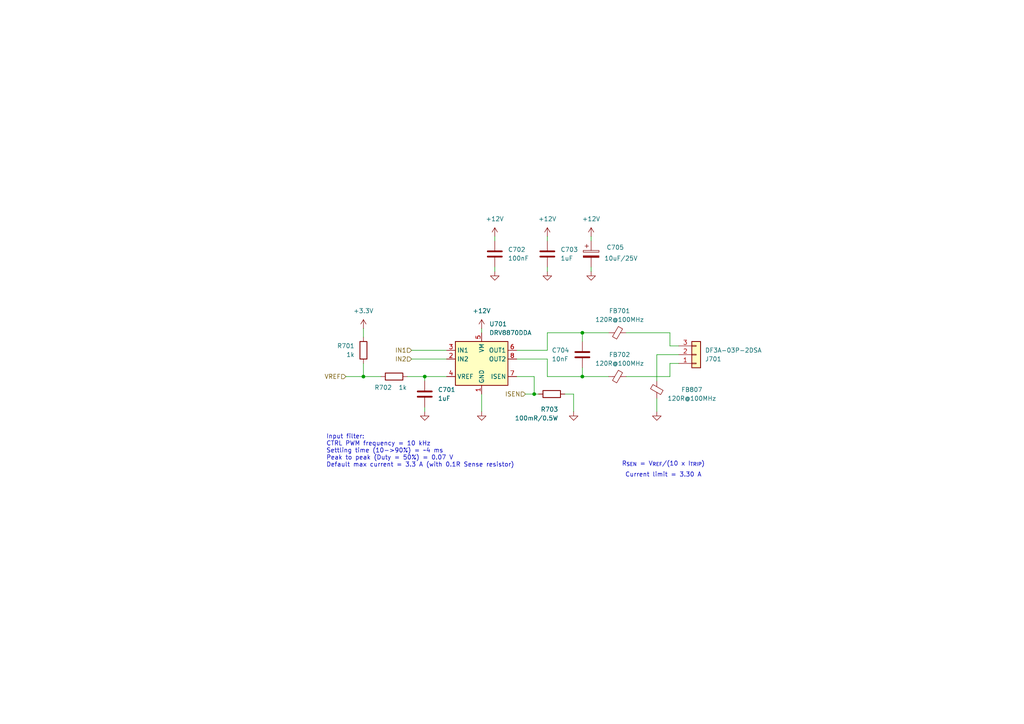
<source format=kicad_sch>
(kicad_sch (version 20250114) (generator "eeschema") (generator_version "9.0")
  (paper "A4")
  (lib_symbols
    (symbol "Connector_Generic:Conn_01x03" (pin_names (offset 1.016) (hide yes))
      (property "Reference" "J" (at 0 5.08 0))
      (property "Value" "Conn_01x03" (at 0 -5.08 0))
      (symbol "Conn_01x03_1_1"
        (rectangle (start -1.27 3.81) (end 1.27 -3.81) (stroke (width 0.254)) (fill (type background)))
        (rectangle (start -1.27 2.667) (end 0 2.413) (stroke (width 0.1524)))
        (rectangle (start -1.27 0.127) (end 0 -0.127) (stroke (width 0.1524)))
        (rectangle (start -1.27 -2.413) (end 0 -2.667) (stroke (width 0.1524)))
        (pin passive line (at -5.08 2.54 0) (length 3.81) (name "Pin_1") (number "1"))
        (pin passive line (at -5.08 0 0) (length 3.81) (name "Pin_2") (number "2"))
        (pin passive line (at -5.08 -2.54 0) (length 3.81) (name "Pin_3") (number "3"))
      )
    )
    (symbol "Device:C" (pin_numbers (hide yes)) (pin_names (offset 0.254))
      (property "Reference" "C" (at 0.635 2.54 0))
      (property "Value" "C" (at 0.635 -2.54 0))
      (symbol "C_0_1"
        (polyline (pts (xy -2.032 0.762) (xy 2.032 0.762)) (stroke (width 0.508)))
        (polyline (pts (xy -2.032 -0.762) (xy 2.032 -0.762)) (stroke (width 0.508)))
      )
      (symbol "C_1_1"
        (pin passive line (at 0 3.81 270) (length 2.794) (name "~") (number "1"))
        (pin passive line (at 0 -3.81 90) (length 2.794) (name "~") (number "2"))
      )
    )
    (symbol "Device:C_Polarized" (pin_numbers (hide yes)) (pin_names (offset 0.254))
      (property "Reference" "C" (at 0.635 2.54 0))
      (property "Value" "C_Polarized" (at 0.635 -2.54 0))
      (symbol "C_Polarized_0_1"
        (rectangle (start -2.286 0.508) (end 2.286 1.016))
        (polyline (pts (xy -1.778 2.286) (xy -0.762 2.286)))
        (polyline (pts (xy -1.27 2.794) (xy -1.27 1.778)))
        (rectangle (start 2.286 -0.508) (end -2.286 -1.016) (fill (type outline)))
      )
      (symbol "C_Polarized_1_1"
        (pin passive line (at 0 3.81 270) (length 2.794) (name "~") (number "1"))
        (pin passive line (at 0 -3.81 90) (length 2.794) (name "~") (number "2"))
      )
    )
    (symbol "Device:FerriteBead_Small" (pin_numbers (hide yes)) (pin_names (offset 0))
      (property "Reference" "FB" (at 1.905 1.27 0))
      (property "Value" "FerriteBead_Small" (at 1.905 -1.27 0))
      (symbol "FerriteBead_Small_0_1"
        (polyline (pts (xy -1.8288 0.2794) (xy -1.1176 1.4986) (xy 1.8288 -0.2032) (xy 1.1176 -1.4224) (xy -1.8288 0.2794)))
        (polyline (pts (xy 0 0.889) (xy 0 1.2954)))
        (polyline (pts (xy 0 -1.27) (xy 0 -0.7874)))
      )
      (symbol "FerriteBead_Small_1_1"
        (pin passive line (at 0 2.54 270) (length 1.27) (name "~") (number "1"))
        (pin passive line (at 0 -2.54 90) (length 1.27) (name "~") (number "2"))
      )
    )
    (symbol "Device:R" (pin_numbers (hide yes)) (pin_names (offset 0))
      (property "Reference" "R" (at 2.032 0 90))
      (property "Value" "R" (at 0 0 90))
      (symbol "R_0_1"
        (rectangle (start -1.016 -2.54) (end 1.016 2.54) (stroke (width 0.254)))
      )
      (symbol "R_1_1"
        (pin passive line (at 0 3.81 270) (length 1.27) (name "~") (number "1"))
        (pin passive line (at 0 -3.81 90) (length 1.27) (name "~") (number "2"))
      )
    )
    (symbol "Driver_Motor:DRV8870DDA"
      (property "Reference" "U" (at -6.35 6.35 0))
      (property "Value" "DRV8870DDA" (at 8.89 6.35 0))
      (symbol "DRV8870DDA_0_1"
        (rectangle (start -7.62 5.08) (end 7.62 -7.62) (stroke (width 0.254)) (fill (type background)))
      )
      (symbol "DRV8870DDA_1_1"
        (pin input line (at -10.16 2.54 0) (length 2.54) (name "IN1") (number "3"))
        (pin input line (at -10.16 0 0) (length 2.54) (name "IN2") (number "2"))
        (pin input line (at -10.16 -5.08 0) (length 2.54) (name "VREF") (number "4"))
        (pin power_in line (at 0 7.62 270) (length 2.54) (name "VM") (number "5"))
        (pin power_in line (at 0 -10.16 90) (length 2.54) (name "GND") (number "1"))
        (pin passive line (at 0 -10.16 90) (length 2.54) (hide yes) (name "GND") (number "9"))
        (pin output line (at 10.16 2.54 180) (length 2.54) (name "OUT1") (number "6"))
        (pin output line (at 10.16 0 180) (length 2.54) (name "OUT2") (number "8"))
        (pin passive line (at 10.16 -5.08 180) (length 2.54) (name "ISEN") (number "7"))
      )
    )
    (symbol "power:+12V" (power) (pin_numbers (hide yes)) (pin_names (offset 0) (hide yes))
      (property "Value" "+12V" (at 0 3.556 0))
      (symbol "+12V_0_1"
        (polyline (pts (xy -0.762 1.27) (xy 0 2.54)))
        (polyline (pts (xy 0 2.54) (xy 0.762 1.27)))
        (polyline (pts (xy 0 0) (xy 0 2.54)))
      )
      (symbol "+12V_1_1"
        (pin power_in line (at 0 0 90) (length 0) (name "~") (number "1"))
      )
    )
    (symbol "power:+3.3V" (power) (pin_numbers (hide yes)) (pin_names (offset 0) (hide yes))
      (property "Value" "+3.3V" (at 0 3.556 0))
      (symbol "+3.3V_0_1"
        (polyline (pts (xy -0.762 1.27) (xy 0 2.54)))
        (polyline (pts (xy 0 2.54) (xy 0.762 1.27)))
        (polyline (pts (xy 0 0) (xy 0 2.54)))
      )
      (symbol "+3.3V_1_1"
        (pin power_in line (at 0 0 90) (length 0) (name "~") (number "1"))
      )
    )
    (symbol "power:GND" (power) (pin_numbers (hide yes)) (pin_names (offset 0) (hide yes))
      (property "Value" "GND" (at 0 -3.81 0))
      (symbol "GND_0_1"
        (polyline (pts (xy 0 0) (xy 0 -1.27) (xy 1.27 -1.27) (xy 0 -2.54) (xy -1.27 -1.27) (xy 0 -1.27)))
      )
      (symbol "GND_1_1"
        (pin power_in line (at 0 0 270) (length 0) (name "~") (number "1"))
      )
    )
  )
  (text "Current limit = 3.30 A" (at 192.405 137.795 0) (effects (font (size 1.27 1.27))))
  (text "Input filter:\nCTRL PWM frequency = 10 kHz\nSettling time (10->90%) = ~4 ms\nPeak to peak (Duty = 50%) = 0.07 V\nDefault max current = 3.3 A (with 0.1R Sense resistor)" (at 94.615 130.81 0) (effects (font (size 1.27 1.27)) (justify left)))
  (text "R_{SEN} = V_{REF}/(10 x I_{TRIP})" (at 192.405 134.62 0) (effects (font (size 1.27 1.27))))
  (junction (at 168.91 96.52))
  (junction (at 154.94 114.3))
  (junction (at 123.19 109.22))
  (junction (at 105.41 109.22))
  (junction (at 168.91 109.22))
  (wire (pts (xy 194.31 100.33) (xy 194.31 96.52)))
  (wire (pts (xy 149.86 109.22) (xy 154.94 109.22)))
  (wire (pts (xy 176.53 109.22) (xy 168.91 109.22)))
  (wire (pts (xy 190.5 115.57) (xy 190.5 119.38)))
  (wire (pts (xy 100.33 109.22) (xy 105.41 109.22)))
  (wire (pts (xy 123.19 118.11) (xy 123.19 119.38)))
  (wire (pts (xy 154.94 109.22) (xy 154.94 114.3)))
  (wire (pts (xy 158.75 77.47) (xy 158.75 78.74)))
  (wire (pts (xy 123.19 109.22) (xy 129.54 109.22)))
  (wire (pts (xy 176.53 96.52) (xy 168.91 96.52)))
  (wire (pts (xy 139.7 95.25) (xy 139.7 96.52)))
  (wire (pts (xy 181.61 96.52) (xy 194.31 96.52)))
  (wire (pts (xy 105.41 95.25) (xy 105.41 97.79)))
  (wire (pts (xy 152.4 114.3) (xy 154.94 114.3)))
  (wire (pts (xy 196.85 105.41) (xy 194.31 105.41)))
  (wire (pts (xy 168.91 96.52) (xy 168.91 99.06)))
  (wire (pts (xy 143.51 77.47) (xy 143.51 78.74)))
  (wire (pts (xy 123.19 109.22) (xy 123.19 110.49)))
  (wire (pts (xy 171.45 78.74) (xy 171.45 77.47)))
  (wire (pts (xy 168.91 106.68) (xy 168.91 109.22)))
  (wire (pts (xy 196.85 100.33) (xy 194.31 100.33)))
  (wire (pts (xy 171.45 68.58) (xy 171.45 69.85)))
  (wire (pts (xy 158.75 68.58) (xy 158.75 69.85)))
  (wire (pts (xy 196.85 102.87) (xy 190.5 102.87)))
  (wire (pts (xy 168.91 109.22) (xy 158.75 109.22)))
  (wire (pts (xy 190.5 102.87) (xy 190.5 110.49)))
  (wire (pts (xy 181.61 109.22) (xy 194.31 109.22)))
  (wire (pts (xy 105.41 109.22) (xy 110.49 109.22)))
  (wire (pts (xy 154.94 114.3) (xy 156.21 114.3)))
  (wire (pts (xy 158.75 96.52) (xy 158.75 101.6)))
  (wire (pts (xy 166.37 114.3) (xy 166.37 119.38)))
  (wire (pts (xy 194.31 105.41) (xy 194.31 109.22)))
  (wire (pts (xy 168.91 96.52) (xy 158.75 96.52)))
  (wire (pts (xy 158.75 109.22) (xy 158.75 104.14)))
  (wire (pts (xy 119.38 101.6) (xy 129.54 101.6)))
  (wire (pts (xy 118.11 109.22) (xy 123.19 109.22)))
  (wire (pts (xy 119.38 104.14) (xy 129.54 104.14)))
  (wire (pts (xy 143.51 68.58) (xy 143.51 69.85)))
  (wire (pts (xy 166.37 114.3) (xy 163.83 114.3)))
  (wire (pts (xy 105.41 105.41) (xy 105.41 109.22)))
  (wire (pts (xy 139.7 114.3) (xy 139.7 119.38)))
  (wire (pts (xy 149.86 101.6) (xy 158.75 101.6)))
  (wire (pts (xy 149.86 104.14) (xy 158.75 104.14)))
  (hierarchical_label "IN2" (shape input) (at 119.38 104.14 180))
  (hierarchical_label "VREF" (shape input) (at 100.33 109.22 180))
  (hierarchical_label "ISEN" (shape input) (at 152.4 114.3 180))
  (hierarchical_label "IN1" (shape input) (at 119.38 101.6 180))
  (symbol (lib_id "power:+3.3V") (at 105.41 95.25 0) (unit 1)
    (property "Reference" "#PWR0701" (effects (hide yes)))
    (property "Value" "+3.3V" (at 105.41 90.17 0))
    (property "Description" "Power symbol creates a global label with name \"+3.3V\"" (effects (hide yes)))
    (instances (project "pump_board" (path "" (reference "#PWR0701") (unit 1)) (path "" (reference "#PWR0816") (unit 1)) (path "" (reference "#PWR0840") (unit 1)) (path "" (reference "#PWR0828") (unit 1))))
  )
  (symbol (lib_id "Device:R") (at 160.02 114.3 270) (unit 1)
    (property "Reference" "R703" (at 161.925 118.745 90) (effects (justify right)))
    (property "Value" "100mR/0.5W" (at 161.925 121.285 90) (effects (justify right)))
    (property "Footprint" "Resistor_SMD:R_1210_3225Metric" (effects (hide yes)))
    (property "LCSC" "C270892" (effects (hide yes)))
    (instances (project "pump_board" (path "" (reference "R703") (unit 1)) (path "" (reference "R806") (unit 1)) (path "" (reference "R812") (unit 1)) (path "" (reference "R809") (unit 1))))
  )
  (symbol (lib_id "Device:C") (at 143.51 73.66 0) (unit 1)
    (property "Reference" "C702" (at 147.32 72.3899 0) (effects (justify left)))
    (property "Value" "100nF" (at 147.32 74.9299 0) (effects (justify left)))
    (property "Footprint" "Capacitor_SMD:C_0603_1608Metric" (effects (hide yes)))
    (property "Description" "Unpolarized capacitor" (effects (hide yes)))
    (property "LCSC" "C14663" (effects (hide yes)))
    (instances (project "pump_board" (path "" (reference "C702") (unit 1)) (path "" (reference "C804") (unit 1)) (path "" (reference "C814") (unit 1)) (path "" (reference "C809") (unit 1))))
  )
  (symbol (lib_id "power:+12V") (at 139.7 95.25 0) (unit 1)
    (property "Reference" "#PWR0703" (effects (hide yes)))
    (property "Value" "+12V" (at 139.7 90.17 0))
    (property "Description" "Power symbol creates a global label with name \"+12V\"" (effects (hide yes)))
    (instances (project "pump_board" (path "" (reference "#PWR0703") (unit 1)) (path "" (reference "#PWR0818") (unit 1)) (path "" (reference "#PWR0842") (unit 1)) (path "" (reference "#PWR0830") (unit 1))))
  )
  (symbol (lib_id "power:GND") (at 166.37 119.38 0) (unit 1)
    (property "Reference" "#PWR0711" (effects (hide yes)))
    (property "Value" "GND" (effects (hide yes)))
    (property "Description" "Power symbol creates a global label with name \"GND\" , ground" (effects (hide yes)))
    (instances (project "pump_board" (path "" (reference "#PWR0711") (unit 1)) (path "" (reference "#PWR0824") (unit 1)) (path "" (reference "#PWR0848") (unit 1)) (path "" (reference "#PWR0836") (unit 1))))
  )
  (symbol (lib_id "power:+12V") (at 158.75 68.58 0) (unit 1)
    (property "Reference" "#PWR0707" (effects (hide yes)))
    (property "Value" "+12V" (at 158.75 63.5 0))
    (property "Description" "Power symbol creates a global label with name \"+12V\"" (effects (hide yes)))
    (instances (project "pump_board" (path "" (reference "#PWR0707") (unit 1)) (path "" (reference "#PWR0822") (unit 1)) (path "" (reference "#PWR0846") (unit 1)) (path "" (reference "#PWR0834") (unit 1))))
  )
  (symbol (lib_id "power:+12V") (at 171.45 68.58 0) (unit 1)
    (property "Reference" "#PWR0709" (effects (hide yes)))
    (property "Value" "+12V" (at 171.45 63.5 0))
    (property "Description" "Power symbol creates a global label with name \"+12V\"" (effects (hide yes)))
    (instances (project "pump_board" (path "" (reference "#PWR0709") (unit 1)) (path "" (reference "#PWR0825") (unit 1)) (path "" (reference "#PWR0849") (unit 1)) (path "" (reference "#PWR0837") (unit 1))))
  )
  (symbol (lib_id "Device:R") (at 105.41 101.6 180) (unit 1)
    (property "Reference" "R701" (at 102.87 100.33 0) (effects (justify left)))
    (property "Value" "1k" (at 102.87 102.87 0) (effects (justify left)))
    (property "Footprint" "Resistor_SMD:R_0603_1608Metric" (effects (hide yes)))
    (property "LCSC" "C21190" (effects (hide yes)))
    (instances (project "pump_board" (path "" (reference "R701") (unit 1)) (path "" (reference "R804") (unit 1)) (path "" (reference "R810") (unit 1)) (path "" (reference "R807") (unit 1))))
  )
  (symbol (lib_id "Connector_Generic:Conn_01x03") (at 201.93 102.87 0) (mirror x) (unit 1)
    (property "Reference" "J701" (at 204.47 104.1401 0) (effects (justify left)))
    (property "Value" "DF3A-03P-2DSA" (at 204.47 101.6001 0) (effects (justify left)))
    (property "Footprint" "TCY_connectors:Hirose_DF3A-03P-2DSA_1x03_P2.00mm_Vertical" (effects (hide yes)))
    (property "Description" "Generic connector, single row, 01x03, script generated (kicad-library-utils/schlib/autogen/connector/)" (effects (hide yes)))
    (property "LCSC" "C597922" (effects (hide yes)))
    (property "MPN" "DF3A-03P-2DSA" (effects (hide yes)))
    (instances (project "pump_board" (path "" (reference "J701") (unit 1)) (path "" (reference "J802") (unit 1)) (path "" (reference "J804") (unit 1)) (path "" (reference "J803") (unit 1))))
  )
  (symbol (lib_id "Driver_Motor:DRV8870DDA") (at 139.7 104.14 0) (unit 1)
    (property "Reference" "U701" (at 141.8941 93.98 0) (effects (justify left)))
    (property "Value" "DRV8870DDA" (at 141.8941 96.52 0) (effects (justify left)))
    (property "Footprint" "Package_SO:Texas_HTSOP-8-1EP_3.9x4.9mm_P1.27mm_EP2.95x4.9mm_Mask2.4x3.1mm_ThermalVias" (effects (hide yes)))
    (property "Datasheet" "http://www.ti.com/lit/ds/symlink/drv8870.pdf" (effects (hide yes)))
    (property "Description" "Brushed DC Motor Driver, PWM Control, 45V, 3.6A, Dynamic current limiting, HTSOP-8" (effects (hide yes)))
    (property "LCSC" "C86590" (effects (hide yes)))
    (property "MPN" "DRV8870DDAR" (effects (hide yes)))
    (instances (project "pump_board" (path "" (reference "U701") (unit 1)) (path "" (reference "U802") (unit 1)) (path "" (reference "U804") (unit 1)) (path "" (reference "U803") (unit 1))))
  )
  (symbol (lib_id "power:GND") (at 190.5 119.38 0) (unit 1)
    (property "Reference" "#PWR0712" (effects (hide yes)))
    (property "Value" "GND" (effects (hide yes)))
    (property "Description" "Power symbol creates a global label with name \"GND\" , ground" (effects (hide yes)))
    (instances (project "pump_board" (path "" (reference "#PWR0712") (unit 1)) (path "" (reference "#PWR0827") (unit 1)) (path "" (reference "#PWR0851") (unit 1)) (path "" (reference "#PWR0839") (unit 1))))
  )
  (symbol (lib_id "Device:C") (at 158.75 73.66 0) (unit 1)
    (property "Reference" "C703" (at 162.56 72.3899 0) (effects (justify left)))
    (property "Value" "1uF" (at 162.56 74.9299 0) (effects (justify left)))
    (property "Footprint" "Capacitor_SMD:C_0603_1608Metric" (effects (hide yes)))
    (property "Description" "Unpolarized capacitor" (effects (hide yes)))
    (property "LCSC" "C15849" (effects (hide yes)))
    (instances (project "pump_board" (path "" (reference "C703") (unit 1)) (path "" (reference "C805") (unit 1)) (path "" (reference "C815") (unit 1)) (path "" (reference "C810") (unit 1))))
  )
  (symbol (lib_id "Device:C_Polarized") (at 171.45 73.66 0) (unit 1)
    (property "Reference" "C705" (at 175.895 71.755 0) (effects (justify left)))
    (property "Value" "10uF/25V" (at 175.26 74.93 0) (effects (justify left)))
    (property "Footprint" "Capacitor_SMD:CP_Elec_4x5.4" (effects (hide yes)))
    (property "LCSC" "C72485" (effects (hide yes)))
    (property "MPN" "RVT1V100M0405" (effects (hide yes)))
    (instances (project "pump_board" (path "" (reference "C705") (unit 1)) (path "" (reference "C807") (unit 1)) (path "" (reference "C817") (unit 1)) (path "" (reference "C812") (unit 1))))
  )
  (symbol (lib_id "Device:R") (at 114.3 109.22 270) (mirror x) (unit 1)
    (property "Reference" "R702" (at 108.585 112.395 90) (effects (justify left)))
    (property "Value" "1k" (at 115.57 112.395 90) (effects (justify left)))
    (property "Footprint" "Resistor_SMD:R_0603_1608Metric" (effects (hide yes)))
    (property "LCSC" "C21190" (effects (hide yes)))
    (instances (project "pump_board" (path "" (reference "R702") (unit 1)) (path "" (reference "R805") (unit 1)) (path "" (reference "R811") (unit 1)) (path "" (reference "R808") (unit 1))))
  )
  (symbol (lib_id "power:GND") (at 158.75 78.74 0) (mirror y) (unit 1)
    (property "Reference" "#PWR0708" (effects (hide yes)))
    (property "Value" "GND" (effects (hide yes)))
    (property "Description" "Power symbol creates a global label with name \"GND\" , ground" (effects (hide yes)))
    (instances (project "pump_board" (path "" (reference "#PWR0708") (unit 1)) (path "" (reference "#PWR0823") (unit 1)) (path "" (reference "#PWR0847") (unit 1)) (path "" (reference "#PWR0835") (unit 1))))
  )
  (symbol (lib_id "Device:FerriteBead_Small") (at 179.07 109.22 270) (unit 1)
    (property "Reference" "FB702" (at 179.705 102.87 90))
    (property "Value" "120R@100MHz" (at 179.705 105.41 90))
    (property "Footprint" "Inductor_SMD:L_0603_1608Metric" (effects (hide yes)))
    (property "Description" "Ferrite bead, small symbol" (effects (hide yes)))
    (property "Link" "https://cz.mouser.com/ProductDetail/Murata-Electronics/BLM21PG220SN1D?qs=tuW2Z%252BT4A0yqSWmso6vkmg%3D%3D" (effects (hide yes)))
    (property "MPN" " GZ1608D601TF" (effects (hide yes)))
    (property "MPNA" "BLE18PK100SN1D" (effects (hide yes)))
    (property "Mouser" "https://cz.mouser.com/ProductDetail/Murata-Electronics/BLE18PK100SN1D?qs=W%2FMpXkg%252BdQ6tzBmLeY1psA%3D%3D" (effects (hide yes)))
    (property "LCSC" "C14709" (effects (hide yes)))
    (instances (project "pump_board" (path "" (reference "FB702") (unit 1)) (path "" (reference "FB802") (unit 1)) (path "" (reference "FB806") (unit 1)) (path "" (reference "FB804") (unit 1))))
  )
  (symbol (lib_id "Device:C") (at 123.19 114.3 0) (unit 1)
    (property "Reference" "C701" (at 127 113.03 0) (effects (justify left)))
    (property "Value" "1uF" (at 127 115.57 0) (effects (justify left)))
    (property "Footprint" "Capacitor_SMD:C_0603_1608Metric" (effects (hide yes)))
    (property "Description" "Unpolarized capacitor" (effects (hide yes)))
    (property "LCSC" "C15849" (effects (hide yes)))
    (instances (project "pump_board" (path "" (reference "C701") (unit 1)) (path "" (reference "C803") (unit 1)) (path "" (reference "C813") (unit 1)) (path "" (reference "C808") (unit 1))))
  )
  (symbol (lib_id "power:GND") (at 143.51 78.74 0) (mirror y) (unit 1)
    (property "Reference" "#PWR0706" (effects (hide yes)))
    (property "Value" "GND" (effects (hide yes)))
    (property "Description" "Power symbol creates a global label with name \"GND\" , ground" (effects (hide yes)))
    (instances (project "pump_board" (path "" (reference "#PWR0706") (unit 1)) (path "" (reference "#PWR0821") (unit 1)) (path "" (reference "#PWR0845") (unit 1)) (path "" (reference "#PWR0833") (unit 1))))
  )
  (symbol (lib_id "Device:FerriteBead_Small") (at 190.5 113.03 0) (unit 1)
    (property "Reference" "FB807" (at 200.66 113.03 0))
    (property "Value" "120R@100MHz" (at 200.66 115.57 0))
    (property "Footprint" "Inductor_SMD:L_0603_1608Metric" (effects (hide yes)))
    (property "Description" "Ferrite bead, small symbol" (effects (hide yes)))
    (property "Link" "https://cz.mouser.com/ProductDetail/Murata-Electronics/BLM21PG220SN1D?qs=tuW2Z%252BT4A0yqSWmso6vkmg%3D%3D" (effects (hide yes)))
    (property "MPN" " GZ1608D601TF" (effects (hide yes)))
    (property "MPNA" "BLE18PK100SN1D" (effects (hide yes)))
    (property "Mouser" "https://cz.mouser.com/ProductDetail/Murata-Electronics/BLE18PK100SN1D?qs=W%2FMpXkg%252BdQ6tzBmLeY1psA%3D%3D" (effects (hide yes)))
    (property "LCSC" "C14709" (effects (hide yes)))
    (instances (project "pump_board" (path "" (reference "FB807") (unit 1)) (path "" (reference "FB901") (unit 1)) (path "" (reference "FB1101") (unit 1)) (path "" (reference "FB1001") (unit 1))))
  )
  (symbol (lib_id "power:GND") (at 139.7 119.38 0) (unit 1)
    (property "Reference" "#PWR0704" (effects (hide yes)))
    (property "Value" "GND" (effects (hide yes)))
    (property "Description" "Power symbol creates a global label with name \"GND\" , ground" (effects (hide yes)))
    (instances (project "pump_board" (path "" (reference "#PWR0704") (unit 1)) (path "" (reference "#PWR0819") (unit 1)) (path "" (reference "#PWR0843") (unit 1)) (path "" (reference "#PWR0831") (unit 1))))
  )
  (symbol (lib_id "Device:C") (at 168.91 102.87 0) (unit 1)
    (property "Reference" "C704" (at 160.02 101.6 0) (effects (justify left)))
    (property "Value" "10nF" (at 160.02 104.14 0) (effects (justify left)))
    (property "Footprint" "Capacitor_SMD:C_0603_1608Metric" (effects (hide yes)))
    (property "Description" "Unpolarized capacitor" (effects (hide yes)))
    (property "LCSC" "C57112" (effects (hide yes)))
    (instances (project "pump_board" (path "" (reference "C704") (unit 1)) (path "" (reference "C806") (unit 1)) (path "" (reference "C816") (unit 1)) (path "" (reference "C811") (unit 1))))
  )
  (symbol (lib_id "power:GND") (at 123.19 119.38 0) (mirror y) (unit 1)
    (property "Reference" "#PWR0702" (effects (hide yes)))
    (property "Value" "GND" (effects (hide yes)))
    (property "Description" "Power symbol creates a global label with name \"GND\" , ground" (effects (hide yes)))
    (instances (project "pump_board" (path "" (reference "#PWR0702") (unit 1)) (path "" (reference "#PWR0817") (unit 1)) (path "" (reference "#PWR0841") (unit 1)) (path "" (reference "#PWR0829") (unit 1))))
  )
  (symbol (lib_id "power:+12V") (at 143.51 68.58 0) (unit 1)
    (property "Reference" "#PWR0705" (effects (hide yes)))
    (property "Value" "+12V" (at 143.51 63.5 0))
    (property "Description" "Power symbol creates a global label with name \"+12V\"" (effects (hide yes)))
    (instances (project "pump_board" (path "" (reference "#PWR0705") (unit 1)) (path "" (reference "#PWR0820") (unit 1)) (path "" (reference "#PWR0844") (unit 1)) (path "" (reference "#PWR0832") (unit 1))))
  )
  (symbol (lib_id "Device:FerriteBead_Small") (at 179.07 96.52 270) (unit 1)
    (property "Reference" "FB701" (at 179.705 90.17 90))
    (property "Value" "120R@100MHz" (at 179.705 92.71 90))
    (property "Footprint" "Inductor_SMD:L_0603_1608Metric" (effects (hide yes)))
    (property "Description" "Ferrite bead, small symbol" (effects (hide yes)))
    (property "Link" "https://cz.mouser.com/ProductDetail/Murata-Electronics/BLM21PG220SN1D?qs=tuW2Z%252BT4A0yqSWmso6vkmg%3D%3D" (effects (hide yes)))
    (property "MPN" " GZ1608D601TF" (effects (hide yes)))
    (property "MPNA" "BLE18PK100SN1D" (effects (hide yes)))
    (property "Mouser" "https://cz.mouser.com/ProductDetail/Murata-Electronics/BLE18PK100SN1D?qs=W%2FMpXkg%252BdQ6tzBmLeY1psA%3D%3D" (effects (hide yes)))
    (property "LCSC" "C14709" (effects (hide yes)))
    (instances (project "pump_board" (path "" (reference "FB701") (unit 1)) (path "" (reference "FB801") (unit 1)) (path "" (reference "FB805") (unit 1)) (path "" (reference "FB803") (unit 1))))
  )
  (symbol (lib_id "power:GND") (at 171.45 78.74 0) (unit 1)
    (property "Reference" "#PWR0710" (effects (hide yes)))
    (property "Value" "GND" (effects (hide yes)))
    (property "Description" "Power symbol creates a global label with name \"GND\" , ground" (effects (hide yes)))
    (instances (project "pump_board" (path "" (reference "#PWR0710") (unit 1)) (path "" (reference "#PWR0826") (unit 1)) (path "" (reference "#PWR0850") (unit 1)) (path "" (reference "#PWR0838") (unit 1))))
  )
)
</source>
